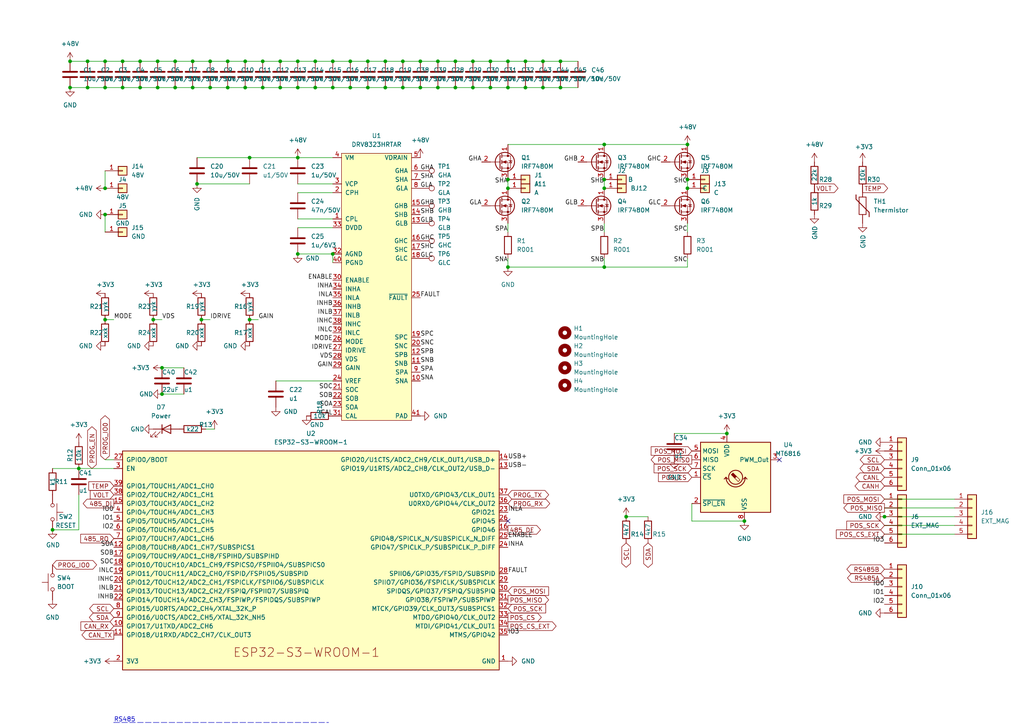
<source format=kicad_sch>
(kicad_sch (version 20211123) (generator eeschema)
  (paper "A4")
  (junction (at 215.9 151.13))
  (junction (at 86.36 45.72))
  (junction (at 55.88 25.4))
  (junction (at 121.92 25.4))
  (junction (at 175.26 77.47))
  (junction (at 175.26 52.07))
  (junction (at 60.96 17.78))
  (junction (at 157.48 17.78))
  (junction (at 71.12 17.78))
  (junction (at 116.84 25.4))
  (junction (at 342.9 43.18))
  (junction (at 20.32 17.78))
  (junction (at 52.07 213.36))
  (junction (at 69.85 217.17))
  (junction (at 175.26 41.91))
  (junction (at 335.28 50.8))
  (junction (at 353.06 43.18))
  (junction (at 63.5 223.52))
  (junction (at 25.4 25.4))
  (junction (at 45.72 17.78))
  (junction (at 71.12 25.4))
  (junction (at 30.48 25.4))
  (junction (at 40.64 25.4))
  (junction (at 76.2 25.4))
  (junction (at 111.76 17.78))
  (junction (at 127 17.78))
  (junction (at 147.32 25.4))
  (junction (at 15.24 153.67))
  (junction (at 96.52 17.78))
  (junction (at 50.8 17.78))
  (junction (at 308.61 48.26))
  (junction (at 181.61 149.86))
  (junction (at 63.5 231.14))
  (junction (at 342.9 50.8))
  (junction (at 157.48 25.4))
  (junction (at 35.56 25.4))
  (junction (at 55.88 17.78))
  (junction (at 342.9 58.42))
  (junction (at 30.48 17.78))
  (junction (at 111.76 25.4))
  (junction (at 318.77 58.42))
  (junction (at 60.96 25.4))
  (junction (at 86.36 25.4))
  (junction (at 210.82 125.73))
  (junction (at 137.16 25.4))
  (junction (at 396.24 43.18))
  (junction (at 96.52 25.4))
  (junction (at 116.84 17.78))
  (junction (at 66.04 17.78))
  (junction (at 335.28 146.05))
  (junction (at 391.16 43.18))
  (junction (at 132.08 25.4))
  (junction (at 367.03 125.73))
  (junction (at 46.99 106.68))
  (junction (at 340.36 43.18))
  (junction (at 147.32 54.61))
  (junction (at 91.44 17.78))
  (junction (at 127 25.4))
  (junction (at 147.32 17.78))
  (junction (at 147.32 77.47))
  (junction (at 101.6 25.4))
  (junction (at 331.47 120.65))
  (junction (at 25.4 17.78))
  (junction (at 106.68 25.4))
  (junction (at 106.68 17.78))
  (junction (at 142.24 25.4))
  (junction (at 408.94 67.31))
  (junction (at 300.99 48.26))
  (junction (at 86.36 73.66))
  (junction (at 58.42 92.71))
  (junction (at 142.24 17.78))
  (junction (at 50.8 25.4))
  (junction (at 72.39 92.71))
  (junction (at 147.32 52.07))
  (junction (at 367.03 143.51))
  (junction (at 81.28 17.78))
  (junction (at 175.26 54.61))
  (junction (at 86.36 17.78))
  (junction (at 391.16 48.26))
  (junction (at 101.6 17.78))
  (junction (at 375.92 67.31))
  (junction (at 44.45 92.71))
  (junction (at 35.56 17.78))
  (junction (at 46.99 114.3))
  (junction (at 132.08 17.78))
  (junction (at 162.56 25.4))
  (junction (at 396.24 48.26))
  (junction (at 30.48 54.61))
  (junction (at 96.52 73.66))
  (junction (at 152.4 17.78))
  (junction (at 199.39 41.91))
  (junction (at 57.15 53.34))
  (junction (at 400.05 34.29))
  (junction (at 383.54 143.51))
  (junction (at 152.4 25.4))
  (junction (at 137.16 17.78))
  (junction (at 378.46 133.35))
  (junction (at 121.92 17.78))
  (junction (at 22.86 135.89))
  (junction (at 76.2 17.78))
  (junction (at 40.64 17.78))
  (junction (at 45.72 25.4))
  (junction (at 66.04 25.4))
  (junction (at 162.56 17.78))
  (junction (at 378.46 125.73))
  (junction (at 20.32 25.4))
  (junction (at 199.39 52.07))
  (junction (at 353.06 58.42))
  (junction (at 199.39 54.61))
  (junction (at 30.48 62.23))
  (junction (at 256.54 149.86))
  (junction (at 30.48 92.71))
  (junction (at 67.31 223.52))
  (junction (at 81.28 25.4))
  (junction (at 72.39 45.72))
  (junction (at 91.44 25.4))
  (no_connect (at 335.28 135.89))
  (no_connect (at 391.16 57.15))
  (no_connect (at 226.06 133.35))
  (no_connect (at 147.32 151.13))
  (no_connect (at 391.16 59.69))
  (wire (pts (xy 80.01 213.36) (xy 80.01 214.63)))
  (wire (pts (xy 111.76 17.78) (xy 116.84 17.78)))
  (polyline (pts (xy 361.95 68.58) (xy 326.39 68.58)))
  (wire (pts (xy 396.24 45.72) (xy 396.24 48.26)))
  (wire (pts (xy 30.48 49.53) (xy 30.48 54.61)))
  (wire (pts (xy 106.68 17.78) (xy 111.76 17.78)))
  (wire (pts (xy 121.92 17.78) (xy 127 17.78)))
  (wire (pts (xy 15.24 135.89) (xy 22.86 135.89)))
  (wire (pts (xy 331.47 120.65) (xy 345.44 120.65)))
  (wire (pts (xy 76.2 25.4) (xy 81.28 25.4)))
  (wire (pts (xy 71.12 25.4) (xy 76.2 25.4)))
  (wire (pts (xy 86.36 25.4) (xy 91.44 25.4)))
  (wire (pts (xy 256.54 154.94) (xy 276.86 154.94)))
  (wire (pts (xy 101.6 25.4) (xy 106.68 25.4)))
  (wire (pts (xy 96.52 17.78) (xy 101.6 17.78)))
  (wire (pts (xy 30.48 62.23) (xy 30.48 67.31)))
  (wire (pts (xy 41.91 226.06) (xy 41.91 228.6)))
  (wire (pts (xy 358.14 58.42) (xy 353.06 58.42)))
  (wire (pts (xy 353.06 50.8) (xy 353.06 58.42)))
  (wire (pts (xy 81.28 17.78) (xy 86.36 17.78)))
  (wire (pts (xy 63.5 223.52) (xy 62.23 223.52)))
  (wire (pts (xy 127 17.78) (xy 132.08 17.78)))
  (wire (pts (xy 300.99 48.26) (xy 308.61 48.26)))
  (wire (pts (xy 147.32 41.91) (xy 175.26 41.91)))
  (wire (pts (xy 63.5 231.14) (xy 63.5 226.06)))
  (wire (pts (xy 46.99 114.3) (xy 53.34 114.3)))
  (wire (pts (xy 367.03 143.51) (xy 383.54 143.51)))
  (wire (pts (xy 45.72 25.4) (xy 50.8 25.4)))
  (wire (pts (xy 175.26 52.07) (xy 175.26 54.61)))
  (polyline (pts (xy 33.02 243.84) (xy 33.02 209.55)))
  (wire (pts (xy 132.08 17.78) (xy 137.16 17.78)))
  (wire (pts (xy 377.19 142.24) (xy 377.19 133.35)))
  (wire (pts (xy 22.86 135.89) (xy 33.02 135.89)))
  (polyline (pts (xy 406.4 148.59) (xy 321.31 148.59)))
  (wire (pts (xy 195.58 125.73) (xy 210.82 125.73)))
  (wire (pts (xy 181.61 149.86) (xy 187.96 149.86)))
  (wire (pts (xy 35.56 25.4) (xy 40.64 25.4)))
  (wire (pts (xy 59.69 124.46) (xy 62.23 124.46)))
  (wire (pts (xy 256.54 149.86) (xy 276.86 149.86)))
  (wire (pts (xy 30.48 25.4) (xy 35.56 25.4)))
  (wire (pts (xy 55.88 17.78) (xy 60.96 17.78)))
  (wire (pts (xy 147.32 67.31) (xy 147.32 64.77)))
  (wire (pts (xy 86.36 73.66) (xy 96.52 73.66)))
  (wire (pts (xy 132.08 25.4) (xy 137.16 25.4)))
  (wire (pts (xy 91.44 25.4) (xy 96.52 25.4)))
  (wire (pts (xy 200.66 151.13) (xy 215.9 151.13)))
  (polyline (pts (xy 33.02 209.55) (xy 95.25 209.55)))
  (wire (pts (xy 398.78 34.29) (xy 400.05 34.29)))
  (wire (pts (xy 342.9 50.8) (xy 341.63 50.8)))
  (wire (pts (xy 340.36 43.18) (xy 342.9 43.18)))
  (wire (pts (xy 147.32 77.47) (xy 175.26 77.47)))
  (wire (pts (xy 45.72 17.78) (xy 50.8 17.78)))
  (wire (pts (xy 378.46 125.73) (xy 386.08 125.73)))
  (wire (pts (xy 44.45 92.71) (xy 46.99 92.71)))
  (wire (pts (xy 378.46 133.35) (xy 381 133.35)))
  (wire (pts (xy 340.36 50.8) (xy 340.36 43.18)))
  (wire (pts (xy 308.61 48.26) (xy 308.61 53.34)))
  (wire (pts (xy 58.42 92.71) (xy 60.96 92.71)))
  (wire (pts (xy 147.32 77.47) (xy 147.32 74.93)))
  (wire (pts (xy 391.16 43.18) (xy 396.24 43.18)))
  (wire (pts (xy 46.99 106.68) (xy 53.34 106.68)))
  (polyline (pts (xy 33.02 243.84) (xy 95.25 243.84)))
  (wire (pts (xy 328.93 40.64) (xy 335.28 40.64)))
  (wire (pts (xy 377.19 133.35) (xy 378.46 133.35)))
  (wire (pts (xy 55.88 25.4) (xy 60.96 25.4)))
  (wire (pts (xy 142.24 17.78) (xy 147.32 17.78)))
  (wire (pts (xy 86.36 53.34) (xy 96.52 53.34)))
  (wire (pts (xy 391.16 48.26) (xy 396.24 48.26)))
  (wire (pts (xy 101.6 17.78) (xy 106.68 17.78)))
  (wire (pts (xy 421.64 48.26) (xy 407.67 48.26)))
  (wire (pts (xy 199.39 77.47) (xy 199.39 74.93)))
  (wire (pts (xy 199.39 52.07) (xy 199.39 54.61)))
  (wire (pts (xy 378.46 142.24) (xy 377.19 142.24)))
  (wire (pts (xy 360.68 143.51) (xy 367.03 143.51)))
  (wire (pts (xy 328.93 53.34) (xy 341.63 53.34)))
  (wire (pts (xy 256.54 144.78) (xy 276.86 144.78)))
  (wire (pts (xy 30.48 17.78) (xy 35.56 17.78)))
  (wire (pts (xy 20.32 25.4) (xy 25.4 25.4)))
  (wire (pts (xy 72.39 226.06) (xy 71.12 226.06)))
  (wire (pts (xy 91.44 17.78) (xy 96.52 17.78)))
  (wire (pts (xy 147.32 17.78) (xy 152.4 17.78)))
  (wire (pts (xy 96.52 73.66) (xy 96.52 76.2)))
  (wire (pts (xy 69.85 213.36) (xy 69.85 217.17)))
  (wire (pts (xy 375.92 67.31) (xy 408.94 67.31)))
  (wire (pts (xy 341.63 50.8) (xy 341.63 53.34)))
  (wire (pts (xy 147.32 25.4) (xy 152.4 25.4)))
  (wire (pts (xy 400.05 34.29) (xy 400.05 36.83)))
  (wire (pts (xy 71.12 17.78) (xy 76.2 17.78)))
  (wire (pts (xy 50.8 25.4) (xy 55.88 25.4)))
  (wire (pts (xy 360.68 135.89) (xy 360.68 143.51)))
  (polyline (pts (xy 361.95 68.58) (xy 361.95 83.82)))
  (wire (pts (xy 86.36 45.72) (xy 96.52 45.72)))
  (wire (pts (xy 157.48 17.78) (xy 162.56 17.78)))
  (polyline (pts (xy 361.95 83.82) (xy 326.39 83.82)))
  (wire (pts (xy 25.4 17.78) (xy 30.48 17.78)))
  (wire (pts (xy 30.48 133.35) (xy 33.02 133.35)))
  (wire (pts (xy 355.6 135.89) (xy 360.68 135.89)))
  (wire (pts (xy 408.94 58.42) (xy 408.94 67.31)))
  (wire (pts (xy 15.24 153.67) (xy 22.86 153.67)))
  (wire (pts (xy 391.16 41.91) (xy 391.16 43.18)))
  (wire (pts (xy 86.36 17.78) (xy 91.44 17.78)))
  (wire (pts (xy 147.32 52.07) (xy 147.32 54.61)))
  (wire (pts (xy 30.48 92.71) (xy 33.02 92.71)))
  (wire (pts (xy 157.48 25.4) (xy 162.56 25.4)))
  (wire (pts (xy 69.85 217.17) (xy 69.85 223.52)))
  (wire (pts (xy 367.03 125.73) (xy 378.46 125.73)))
  (wire (pts (xy 152.4 17.78) (xy 157.48 17.78)))
  (polyline (pts (xy 321.31 148.59) (xy 321.31 114.3)))
  (wire (pts (xy 421.64 43.18) (xy 411.48 43.18)))
  (wire (pts (xy 76.2 17.78) (xy 81.28 17.78)))
  (wire (pts (xy 137.16 17.78) (xy 142.24 17.78)))
  (wire (pts (xy 256.54 147.32) (xy 276.86 147.32)))
  (wire (pts (xy 52.07 213.36) (xy 38.1 213.36)))
  (polyline (pts (xy 95.25 243.84) (xy 95.25 209.55)))
  (wire (pts (xy 67.31 220.98) (xy 67.31 223.52)))
  (wire (pts (xy 60.96 17.78) (xy 66.04 17.78)))
  (wire (pts (xy 358.14 50.8) (xy 358.14 58.42)))
  (wire (pts (xy 50.8 17.78) (xy 55.88 17.78)))
  (wire (pts (xy 80.01 220.98) (xy 72.39 220.98)))
  (wire (pts (xy 66.04 17.78) (xy 71.12 17.78)))
  (wire (pts (xy 353.06 43.18) (xy 358.14 43.18)))
  (wire (pts (xy 360.68 133.35) (xy 355.6 133.35)))
  (wire (pts (xy 318.77 58.42) (xy 342.9 58.42)))
  (wire (pts (xy 66.04 25.4) (xy 71.12 25.4)))
  (wire (pts (xy 200.66 146.05) (xy 200.66 151.13)))
  (wire (pts (xy 72.39 220.98) (xy 72.39 226.06)))
  (wire (pts (xy 335.28 40.64) (xy 335.28 50.8)))
  (wire (pts (xy 199.39 67.31) (xy 199.39 64.77)))
  (wire (pts (xy 256.54 152.4) (xy 276.86 152.4)))
  (wire (pts (xy 407.67 43.18) (xy 396.24 43.18)))
  (wire (pts (xy 121.92 25.4) (xy 127 25.4)))
  (wire (pts (xy 86.36 63.5) (xy 96.52 63.5)))
  (wire (pts (xy 67.31 223.52) (xy 69.85 223.52)))
  (wire (pts (xy 383.54 143.51) (xy 386.08 143.51)))
  (wire (pts (xy 335.28 50.8) (xy 328.93 50.8)))
  (wire (pts (xy 137.16 25.4) (xy 142.24 25.4)))
  (wire (pts (xy 81.28 25.4) (xy 86.36 25.4)))
  (wire (pts (xy 411.48 45.72) (xy 396.24 45.72)))
  (wire (pts (xy 111.76 25.4) (xy 116.84 25.4)))
  (wire (pts (xy 391.16 43.18) (xy 391.16 44.45)))
  (wire (pts (xy 400.05 36.83) (xy 398.78 36.83)))
  (wire (pts (xy 127 25.4) (xy 132.08 25.4)))
  (wire (pts (xy 57.15 45.72) (xy 72.39 45.72)))
  (wire (pts (xy 57.15 53.34) (xy 72.39 53.34)))
  (wire (pts (xy 96.52 25.4) (xy 101.6 25.4)))
  (wire (pts (xy 367.03 125.73) (xy 360.68 125.73)))
  (wire (pts (xy 360.68 125.73) (xy 360.68 133.35)))
  (wire (pts (xy 152.4 25.4) (xy 157.48 25.4)))
  (polyline (pts (xy 326.39 68.58) (xy 326.39 83.82)))
  (wire (pts (xy 391.16 46.99) (xy 391.16 48.26)))
  (wire (pts (xy 25.4 25.4) (xy 30.48 25.4)))
  (wire (pts (xy 407.67 48.26) (xy 407.67 43.18)))
  (wire (pts (xy 175.26 67.31) (xy 175.26 64.77)))
  (wire (pts (xy 345.44 125.73) (xy 345.44 120.65)))
  (wire (pts (xy 106.68 25.4) (xy 111.76 25.4)))
  (wire (pts (xy 142.24 25.4) (xy 147.32 25.4)))
  (wire (pts (xy 62.23 231.14) (xy 63.5 231.14)))
  (wire (pts (xy 175.26 77.47) (xy 175.26 74.93)))
  (wire (pts (xy 162.56 17.78) (xy 167.64 17.78)))
  (wire (pts (xy 40.64 25.4) (xy 45.72 25.4)))
  (wire (pts (xy 35.56 17.78) (xy 40.64 17.78)))
  (wire (pts (xy 381 133.35) (xy 381 132.08)))
  (wire (pts (xy 72.39 92.71) (xy 74.93 92.71)))
  (wire (pts (xy 20.32 17.78) (xy 25.4 17.78)))
  (wire (pts (xy 162.56 25.4) (xy 167.64 25.4)))
  (wire (pts (xy 175.26 41.91) (xy 199.39 41.91)))
  (wire (pts (xy 116.84 17.78) (xy 121.92 17.78)))
  (wire (pts (xy 391.16 48.26) (xy 391.16 49.53)))
  (wire (pts (xy 72.39 45.72) (xy 86.36 45.72)))
  (wire (pts (xy 80.01 219.71) (xy 80.01 220.98)))
  (wire (pts (xy 80.01 110.49) (xy 96.52 110.49)))
  (wire (pts (xy 69.85 213.36) (xy 80.01 213.36)))
  (wire (pts (xy 22.86 153.67) (xy 22.86 143.51)))
  (wire (pts (xy 60.96 25.4) (xy 66.04 25.4)))
  (wire (pts (xy 175.26 77.47) (xy 199.39 77.47)))
  (polyline (pts (xy 406.4 114.3) (xy 406.4 148.59)))
  (wire (pts (xy 66.04 231.14) (xy 63.5 231.14)))
  (wire (pts (xy 383.54 142.24) (xy 383.54 143.51)))
  (wire (pts (xy 116.84 25.4) (xy 121.92 25.4)))
  (wire (pts (xy 86.36 66.04) (xy 96.52 66.04)))
  (wire (pts (xy 40.64 17.78) (xy 45.72 17.78)))
  (wire (pts (xy 411.48 43.18) (xy 411.48 45.72)))
  (wire (pts (xy 342.9 43.18) (xy 353.06 43.18)))
  (wire (pts (xy 67.31 223.52) (xy 63.5 223.52)))
  (wire (pts (xy 368.3 67.31) (xy 375.92 67.31)))
  (wire (pts (xy 408.94 33.02) (xy 408.94 30.48)))
  (wire (pts (xy 86.36 55.88) (xy 96.52 55.88)))
  (polyline (pts (xy 321.31 114.3) (xy 406.4 114.3)))
  (wire (pts (xy 353.06 58.42) (xy 342.9 58.42)))
  (wire (pts (xy 331.47 128.27) (xy 323.85 128.27)))
  (text "RS485" (at 33.02 209.55 0) (effects (font (size 1.27 1.27)) (justify left bottom)))
  (text "CAN" (at 321.31 114.3 0) (effects (font (size 1.27 1.27)) (justify left bottom)))
  (text "Prog" (at 326.39 68.58 0) (effects (font (size 1.27 1.27)) (justify left bottom)))
  (label "IO2" (at 256.54 175.26 180))
  (label "SHC" (at 121.92 72.39 0))
  (label "IDRIVE" (at 60.96 92.71 0))
  (label "INLC" (at 96.52 96.52 180))
  (label "SPC" (at 199.39 67.31 180))
  (label "ENABLE" (at 96.52 81.28 180))
  (label "IO1" (at 256.54 172.72 180))
  (label "INLA" (at 147.32 148.59 0))
  (label "INHA" (at 147.32 158.75 0))
  (label "SPB" (at 121.92 102.87 0))
  (label "GHA" (at 139.7 46.99 180))
  (label "INLB" (at 96.52 91.44 180))
  (label "IO3" (at 256.54 157.48 180))
  (label "SNA" (at 147.32 76.2 180))
  (label "SOC" (at 33.02 163.83 180))
  (label "ENABLE" (at 147.32 156.21 0))
  (label "INHC" (at 96.52 93.98 180))
  (label "USB+" (at 391.16 48.26 0))
  (label "USB-" (at 147.32 135.89 0))
  (label "SOB" (at 33.02 161.29 180))
  (label "USB-" (at 391.16 43.18 0))
  (label "GHB" (at 121.92 59.69 0))
  (label "GHC" (at 191.77 46.99 180))
  (label "SHA" (at 121.92 52.07 0))
  (label "SOA" (at 33.02 158.75 180))
  (label "CAL" (at 96.52 120.65 180))
  (label "IO3" (at 147.32 184.15 0))
  (label "SPB" (at 175.26 67.31 180))
  (label "MODE" (at 96.52 99.06 180))
  (label "SNC" (at 121.92 100.33 0))
  (label "GLA" (at 139.7 59.69 180))
  (label "SHB" (at 121.92 62.23 0))
  (label "SPC" (at 121.92 97.79 0))
  (label "IDRIVE" (at 96.52 101.6 180))
  (label "MODE" (at 33.02 92.71 0))
  (label "INHB" (at 96.52 88.9 180))
  (label "GHB" (at 167.64 46.99 180))
  (label "VDS" (at 96.52 104.14 180))
  (label "SW" (at 328.93 50.8 0))
  (label "IO0" (at 256.54 170.18 180))
  (label "SNB" (at 175.26 76.2 180))
  (label "GLC" (at 121.92 74.93 0))
  (label "SPA" (at 121.92 107.95 0))
  (label "SNB" (at 121.92 105.41 0))
  (label "IO1" (at 33.02 151.13 180))
  (label "INHB" (at 33.02 173.99 180))
  (label "FAULT" (at 121.92 86.36 0))
  (label "VDS" (at 46.99 92.71 0))
  (label "GAIN" (at 96.52 106.68 180))
  (label "SHB" (at 175.26 53.34 180))
  (label "INHC" (at 33.02 168.91 180))
  (label "SOB" (at 96.52 115.57 180))
  (label "IO0" (at 33.02 148.59 180))
  (label "GLB" (at 167.64 59.69 180))
  (label "SOA" (at 96.52 118.11 180))
  (label "GHA" (at 121.92 49.53 0))
  (label "FAULT" (at 147.32 166.37 0))
  (label "GAIN" (at 74.93 92.71 0))
  (label "SOC" (at 96.52 113.03 180))
  (label "GHC" (at 121.92 69.85 0))
  (label "USB+" (at 147.32 133.35 0))
  (label "INLC" (at 33.02 166.37 180))
  (label "IO2" (at 33.02 153.67 180))
  (label "SNA" (at 121.92 110.49 0))
  (label "INLA" (at 96.52 86.36 180))
  (label "INHA" (at 96.52 83.82 180))
  (label "SNC" (at 199.39 76.2 180))
  (label "SHA" (at 147.32 53.34 180))
  (label "SHC" (at 199.39 53.34 180))
  (label "GLA" (at 121.92 54.61 0))
  (label "GLB" (at 121.92 64.77 0))
  (label "GLC" (at 191.77 59.69 180))
  (label "SPA" (at 147.32 67.31 180))
  (label "INLB" (at 33.02 171.45 180))
  (global_label "CANH" (shape bidirectional) (at 256.54 140.97 180) (property "Intersheet References" "${INTERSHEET_REFS}" (effects hide)))
  (global_label "485_RO" (shape input) (at 33.02 156.21 180) (property "Intersheet References" "${INTERSHEET_REFS}" (effects hide)))
  (global_label "POS_CS" (shape output) (at 147.32 179.07 0) (property "Intersheet References" "${INTERSHEET_REFS}" (effects hide)))
  (global_label "485_DI" (shape output) (at 33.02 146.05 180) (property "Intersheet References" "${INTERSHEET_REFS}" (effects hide)))
  (global_label "PROG_RX" (shape bidirectional) (at 337.82 80.01 180) (property "Intersheet References" "${INTERSHEET_REFS}" (effects hide)))
  (global_label "RS485A" (shape bidirectional) (at 83.82 224.79 90) (property "Intersheet References" "${INTERSHEET_REFS}" (effects hide)))
  (global_label "POS_SCK" (shape input) (at 200.66 135.89 180) (property "Intersheet References" "${INTERSHEET_REFS}" (effects hide)))
  (global_label "PROG_EN" (shape bidirectional) (at 337.82 74.93 180) (property "Intersheet References" "${INTERSHEET_REFS}" (effects hide)))
  (global_label "POS_MOSI" (shape input) (at 256.54 144.78 180) (property "Intersheet References" "${INTERSHEET_REFS}" (effects hide)))
  (global_label "SDA" (shape bidirectional) (at 33.02 179.07 180) (property "Intersheet References" "${INTERSHEET_REFS}" (effects hide)))
  (global_label "SCL" (shape bidirectional) (at 33.02 176.53 180) (property "Intersheet References" "${INTERSHEET_REFS}" (effects hide)))
  (global_label "VOLT" (shape input) (at 33.02 143.51 180) (property "Intersheet References" "${INTERSHEET_REFS}" (effects hide)))
  (global_label "POS_MISO" (shape output) (at 256.54 147.32 180) (property "Intersheet References" "${INTERSHEET_REFS}" (effects hide)))
  (global_label "SCL" (shape bidirectional) (at 181.61 157.48 270) (property "Intersheet References" "${INTERSHEET_REFS}" (effects hide)))
  (global_label "CANL" (shape bidirectional) (at 386.08 143.51 0) (property "Intersheet References" "${INTERSHEET_REFS}" (effects hide)))
  (global_label "SDA" (shape bidirectional) (at 187.96 157.48 270) (property "Intersheet References" "${INTERSHEET_REFS}" (effects hide)))
  (global_label "RS485B" (shape bidirectional) (at 88.9 224.79 90) (property "Intersheet References" "${INTERSHEET_REFS}" (effects hide)))
  (global_label "485_DE" (shape input) (at 41.91 227.33 180) (property "Intersheet References" "${INTERSHEET_REFS}" (effects hide)))
  (global_label "CAN_RX" (shape input) (at 33.02 181.61 180) (property "Intersheet References" "${INTERSHEET_REFS}" (effects hide)))
  (global_label "POS_CS_EXT" (shape input) (at 256.54 154.94 180) (property "Intersheet References" "${INTERSHEET_REFS}" (effects hide)))
  (global_label "POS_CS" (shape input) (at 200.66 138.43 180) (property "Intersheet References" "${INTERSHEET_REFS}" (effects hide)))
  (global_label "PROG_TX" (shape bidirectional) (at 337.82 77.47 180) (property "Intersheet References" "${INTERSHEET_REFS}" (effects hide)))
  (global_label "CANH" (shape bidirectional) (at 386.08 125.73 0) (property "Intersheet References" "${INTERSHEET_REFS}" (effects hide)))
  (global_label "SDA" (shape bidirectional) (at 256.54 135.89 180) (property "Intersheet References" "${INTERSHEET_REFS}" (effects hide)))
  (global_label "TEMP" (shape input) (at 33.02 140.97 180) (property "Intersheet References" "${INTERSHEET_REFS}" (effects hide)))
  (global_label "POS_SCK" (shape input) (at 256.54 152.4 180) (property "Intersheet References" "${INTERSHEET_REFS}" (effects hide)))
  (global_label "PROG_RX" (shape bidirectional) (at 147.32 146.05 0) (property "Intersheet References" "${INTERSHEET_REFS}" (effects hide)))
  (global_label "SCL" (shape bidirectional) (at 256.54 133.35 180) (property "Intersheet References" "${INTERSHEET_REFS}" (effects hide)))
  (global_label "485_DE" (shape output) (at 147.32 153.67 0) (property "Intersheet References" "${INTERSHEET_REFS}" (effects hide)))
  (global_label "PROG_IO0" (shape bidirectional) (at 350.52 80.01 0) (property "Intersheet References" "${INTERSHEET_REFS}" (effects hide)))
  (global_label "RS485B" (shape bidirectional) (at 67.31 220.98 90) (property "Intersheet References" "${INTERSHEET_REFS}" (effects hide)))
  (global_label "RS485B" (shape bidirectional) (at 256.54 165.1 180) (property "Intersheet References" "${INTERSHEET_REFS}" (effects hide)))
  (global_label "CAN_RX" (shape output) (at 335.28 133.35 180) (property "Intersheet References" "${INTERSHEET_REFS}" (effects hide)))
  (global_label "CAN_TX" (shape output) (at 33.02 184.15 180) (property "Intersheet References" "${INTERSHEET_REFS}" (effects hide)))
  (global_label "CANL" (shape bidirectional) (at 256.54 138.43 180) (property "Intersheet References" "${INTERSHEET_REFS}" (effects hide)))
  (global_label "485_DI" (shape input) (at 41.91 231.14 180) (property "Intersheet References" "${INTERSHEET_REFS}" (effects hide)))
  (global_label "POS_SCK" (shape input) (at 147.32 176.53 0) (property "Intersheet References" "${INTERSHEET_REFS}" (effects hide)))
  (global_label "POS_MISO" (shape output) (at 147.32 173.99 0) (property "Intersheet References" "${INTERSHEET_REFS}" (effects hide)))
  (global_label "485_RO" (shape output) (at 41.91 223.52 180) (property "Intersheet References" "${INTERSHEET_REFS}" (effects hide)))
  (global_label "POS_MOSI" (shape input) (at 147.32 171.45 0) (property "Intersheet References" "${INTERSHEET_REFS}" (effects hide)))
  (global_label "PROG_IO0" (shape bidirectional) (at 30.48 133.35 90) (property "Intersheet References" "${INTERSHEET_REFS}" (effects hide)))
  (global_label "RS485A" (shape bidirectional) (at 66.04 231.14 0) (property "Intersheet References" "${INTERSHEET_REFS}" (effects hide)))
  (global_label "POS_CS_EXT" (shape output) (at 147.32 181.61 0) (property "Intersheet References" "${INTERSHEET_REFS}" (effects hide)))
  (global_label "POS_MOSI" (shape input) (at 200.66 130.81 180) (property "Intersheet References" "${INTERSHEET_REFS}" (effects hide)))
  (global_label "TEMP" (shape output) (at 250.19 54.61 0) (property "Intersheet References" "${INTERSHEET_REFS}" (effects hide)))
  (global_label "CAN_TX" (shape input) (at 335.28 130.81 180) (property "Intersheet References" "${INTERSHEET_REFS}" (effects hide)))
  (global_label "VOLT" (shape output) (at 236.22 54.61 0) (property "Intersheet References" "${INTERSHEET_REFS}" (effects hide)))
  (global_label "POS_MISO" (shape output) (at 200.66 133.35 180) (property "Intersheet References" "${INTERSHEET_REFS}" (effects hide)))
  (global_label "PROG_EN" (shape bidirectional) (at 26.67 135.89 90) (property "Intersheet References" "${INTERSHEET_REFS}" (effects hide)))
  (global_label "RS485A" (shape bidirectional) (at 256.54 167.64 180) (property "Intersheet References" "${INTERSHEET_REFS}" (effects hide)))
  (global_label "PROG_TX" (shape bidirectional) (at 147.32 143.51 0) (property "Intersheet References" "${INTERSHEET_REFS}" (effects hide)))
  (global_label "PROG_IO0" (shape bidirectional) (at 15.24 163.83 0) (property "Intersheet References" "${INTERSHEET_REFS}" (effects hide)))
  (symbol (lib_id "Device:R") (at 378.46 129.54 180) (unit 1)
    (property "Reference" "R10" (at 377.19 128.27 0) (effects (justify left)))
    (property "Value" "K12" (at 378.46 129.54 90))
    (property "Footprint" "Resistor_SMD:R_1206_3216Metric_Pad1.30x1.75mm_HandSolder" (effects hide))
  )
  (symbol (lib_id "Device:C") (at 91.44 21.59 0) (unit 1)
    (property "Reference" "C15" (at 95.25 20.3199 0) (effects (justify left)))
    (property "Value" "10u/50V" (at 95.25 22.8599 0) (effects (justify left)))
    (property "Footprint" "liebler_PASSIVES:C_1206_3216Metric_smaller" (effects hide))
    (property "Datasheet" "C13585" (effects hide))
  )
  (symbol (lib_id "Device:C") (at 50.8 21.59 0) (unit 1)
    (property "Reference" "C7" (at 54.61 20.3199 0) (effects (justify left)))
    (property "Value" "10u/50V" (at 54.61 22.8599 0) (effects (justify left)))
    (property "Footprint" "liebler_PASSIVES:C_1206_3216Metric_smaller" (effects hide))
    (property "Datasheet" "C13585" (effects hide))
  )
  (symbol (lib_id "Connector_Generic:Conn_01x01") (at 152.4 52.07 0) (unit 1)
    (property "Reference" "J1" (at 154.94 50.7999 0) (effects (justify left)))
    (property "Value" "A" (at 154.94 53.3399 0) (effects (justify left)))
    (property "Footprint" "liebler_CONN:SolderWirePad_1x01_SMD_3x5mm" (effects hide))
  )
  (symbol (lib_id "power:GND") (at 38.1 220.98 270) (unit 1)
    (property "Reference" "#PWR017" (effects hide))
    (property "Value" "GND" (at 40.64 220.98 90))
  )
  (symbol (lib_id "Device:C") (at 81.28 21.59 0) (unit 1)
    (property "Reference" "C13" (at 85.09 20.3199 0) (effects (justify left)))
    (property "Value" "10u/50V" (at 85.09 22.8599 0) (effects (justify left)))
    (property "Footprint" "liebler_PASSIVES:C_1206_3216Metric_smaller" (effects hide))
    (property "Datasheet" "C13585" (effects hide))
  )
  (symbol (lib_id "power:GND") (at 44.45 100.33 270) (unit 1)
    (property "Reference" "#PWR0151" (effects hide))
    (property "Value" "GND" (at 36.83 100.33 90) (effects (justify left)))
  )
  (symbol (lib_id "power:+3V3") (at 62.23 124.46 0) (unit 1)
    (property "Reference" "#PWR0138" (effects hide))
    (property "Value" "+3V3" (at 62.23 119.38 0))
  )
  (symbol (lib_id "power:+3V3") (at 30.48 85.09 90) (unit 1)
    (property "Reference" "#PWR0148" (effects hide))
    (property "Value" "+3V3" (at 27.94 82.55 90) (effects (justify right)))
  )
  (symbol (lib_id "Transistor_FET:IRF7480M") (at 172.72 59.69 0) (unit 1)
    (property "Reference" "Q4" (at 179.07 58.4199 0) (effects (justify left)))
    (property "Value" "IRF7480M" (at 179.07 60.9599 0) (effects (justify left)))
    (property "Footprint" "Package_DirectFET:DirectFET_ME" (effects hide))
    (property "Datasheet" "C152356" (effects hide))
  )
  (symbol (lib_id "power:GND") (at 52.07 241.3 270) (unit 1)
    (property "Reference" "#PWR019" (effects hide))
    (property "Value" "GND" (at 46.99 241.3 90))
  )
  (symbol (lib_id "Transistor_FET:IRF7480M") (at 144.78 46.99 0) (unit 1)
    (property "Reference" "Q1" (at 151.13 45.7199 0) (effects (justify left)))
    (property "Value" "IRF7480M" (at 151.13 48.2599 0) (effects (justify left)))
    (property "Footprint" "Package_DirectFET:DirectFET_ME" (effects hide))
    (property "Datasheet" "C152356" (effects hide))
  )
  (symbol (lib_id "power:GND") (at 57.15 53.34 0) (unit 1)
    (property "Reference" "#PWR0105" (effects hide))
    (property "Value" "GND" (at 57.15 57.15 90) (effects (justify right)))
  )
  (symbol (lib_id "Device:C") (at 86.36 59.69 0) (unit 1)
    (property "Reference" "C24" (at 90.17 58.4199 0) (effects (justify left)))
    (property "Value" "47n/50V" (at 90.17 60.9599 0) (effects (justify left)))
    (property "Footprint" "Capacitor_SMD:C_0603_1608Metric" (effects hide))
  )
  (symbol (lib_id "Device:C") (at 20.32 21.59 0) (unit 1)
    (property "Reference" "C1" (at 24.13 20.3199 0) (effects (justify left)))
    (property "Value" "10u/50V" (at 24.13 22.8599 0) (effects (justify left)))
    (property "Footprint" "liebler_PASSIVES:C_1206_3216Metric_smaller" (effects hide))
    (property "Datasheet" "C13585" (effects hide))
  )
  (symbol (lib_id "power:+48V") (at 30.48 54.61 90) (unit 1)
    (property "Reference" "#PWR01" (effects hide))
    (property "Value" "+48V" (at 21.59 54.61 90) (effects (justify right)))
  )
  (symbol (lib_id "power:GND") (at 250.19 64.77 0) (unit 1)
    (property "Reference" "#PWR0115" (effects hide))
    (property "Value" "GND" (at 250.317 68.0212 90) (effects (justify right)))
  )
  (symbol (lib_id "power:GND") (at 335.28 146.05 270) (unit 1)
    (property "Reference" "#PWR0135" (effects hide))
    (property "Value" "GND" (at 332.0288 146.177 90) (effects (justify right)))
  )
  (symbol (lib_id "Transistor_FET:IRF7480M") (at 196.85 46.99 0) (unit 1)
    (property "Reference" "Q5" (at 203.2 45.7199 0) (effects (justify left)))
    (property "Value" "IRF7480M" (at 203.2 48.2599 0) (effects (justify left)))
    (property "Footprint" "Package_DirectFET:DirectFET_ME" (effects hide))
    (property "Datasheet" "C152356" (effects hide))
  )
  (symbol (lib_id "Device:R") (at 335.28 142.24 0) (unit 1)
    (property "Reference" "R9" (at 336.55 143.51 0) (effects (justify left)))
    (property "Value" "10k" (at 335.28 142.24 90))
    (property "Footprint" "Resistor_SMD:R_0402_1005Metric" (effects hide))
  )
  (symbol (lib_id "Device:R") (at 342.9 46.99 0) (unit 1)
    (property "Reference" "R6" (at 345.44 45.7199 0) (effects (justify left)))
    (property "Value" "47k" (at 345.44 48.2599 0) (effects (justify left)))
    (property "Footprint" "Resistor_SMD:R_0402_1005Metric" (effects hide))
  )
  (symbol (lib_id "Interface_UART:MAX3485") (at 52.07 226.06 0) (unit 1)
    (property "Reference" "U7" (at 41.91 237.49 0))
    (property "Value" "SP3485" (at 58.42 240.03 0))
    (property "Footprint" "Package_SO:SOIC-8_3.9x4.9mm_P1.27mm" (effects hide))
  )
  (symbol (lib_id "power:+3V3") (at 58.42 85.09 90) (unit 1)
    (property "Reference" "#PWR0146" (effects hide))
    (property "Value" "+3V3" (at 55.88 82.55 90) (effects (justify right)))
  )
  (symbol (lib_id "power:GND") (at 46.99 114.3 270) (unit 1)
    (property "Reference" "#PWR0139" (effects hide))
    (property "Value" "GND" (at 44.45 114.3 90) (effects (justify right)))
  )
  (symbol (lib_id "Switch:SW_SPDT") (at 74.93 217.17 0) (unit 1)
    (property "Reference" "SW3" (at 78.74 212.09 0))
    (property "Value" "ON TERM" (at 77.47 218.44 0))
    (property "Footprint" "liebler_MECH:Switch_SS12D00" (effects hide))
  )
  (symbol (lib_id "Device:R") (at 72.39 88.9 0) (unit 1)
    (property "Reference" "R16" (at 69.85 88.9 0))
    (property "Value" "yyk" (at 72.39 88.9 90))
    (property "Footprint" "Resistor_SMD:R_0805_2012Metric_Pad1.20x1.40mm_HandSolder" (effects hide))
  )
  (symbol (lib_id "Device:R") (at 30.48 88.9 0) (unit 1)
    (property "Reference" "R21" (at 27.94 88.9 0))
    (property "Value" "yyk" (at 30.48 88.9 90))
    (property "Footprint" "Resistor_SMD:R_0805_2012Metric_Pad1.20x1.40mm_HandSolder" (effects hide))
  )
  (symbol (lib_id "Transistor_FET:IRF7480M") (at 144.78 59.69 0) (unit 1)
    (property "Reference" "Q2" (at 151.13 58.4199 0) (effects (justify left)))
    (property "Value" "IRF7480M" (at 151.13 60.9599 0) (effects (justify left)))
    (property "Footprint" "Package_DirectFET:DirectFET_ME" (effects hide))
    (property "Datasheet" "C152356" (effects hide))
  )
  (symbol (lib_id "Connector:TestPoint") (at 121.92 54.61 270) (unit 1)
    (property "Reference" "TP2" (at 127 53.3399 90) (effects (justify left)))
    (property "Value" "GLA" (at 127 55.8799 90) (effects (justify left)))
    (property "Footprint" "TestPoint:TestPoint_THTPad_D1.0mm_Drill0.5mm" (effects hide))
  )
  (symbol (lib_id "Connector_Generic:Conn_01x01") (at 152.4 54.61 0) (unit 1)
    (property "Reference" "J11" (at 154.94 53.3399 0) (effects (justify left)))
    (property "Value" "A" (at 154.94 55.8799 0) (effects (justify left)))
    (property "Footprint" "liebler_CONN:Steckzunge_4_8mm" (effects hide))
  )
  (symbol (lib_id "power:GND") (at 318.77 58.42 0) (unit 1)
    (property "Reference" "#PWR07" (effects hide))
    (property "Value" "GND" (at 322.58 58.42 0) (effects (justify right)))
  )
  (symbol (lib_id "power:+3V3") (at 44.45 85.09 90) (unit 1)
    (property "Reference" "#PWR0150" (effects hide))
    (property "Value" "+3V3" (at 41.91 82.55 90) (effects (justify right)))
  )
  (symbol (lib_id "Device:C") (at 57.15 49.53 180) (unit 1)
    (property "Reference" "C20" (at 60.96 48.2599 0) (effects (justify right)))
    (property "Value" "10u/50V" (at 60.96 50.7999 0) (effects (justify right)))
    (property "Footprint" "Capacitor_SMD:C_1206_3216Metric" (effects hide))
    (property "Datasheet" "C13585" (effects hide))
  )
  (symbol (lib_id "power:+3V3") (at 350.52 74.93 270) (unit 1)
    (property "Reference" "#PWR0143" (effects hide))
    (property "Value" "+3V3" (at 359.41 74.93 90) (effects (justify right)))
  )
  (symbol (lib_id "power:+3V3") (at 210.82 125.73 0) (unit 1)
    (property "Reference" "#PWR0110" (effects hide))
    (property "Value" "+3V3" (at 210.82 120.65 0))
  )
  (symbol (lib_id "Connector_Generic:Conn_01x01") (at 35.56 54.61 0) (unit 1)
    (property "Reference" "J4" (at 35.56 52.07 0))
    (property "Value" "48V" (at 35.56 57.15 0))
    (property "Footprint" "liebler_CONN:SolderWirePad_1x01_SMD_3x5mm" (effects hide))
  )
  (symbol (lib_id "power:GND") (at 363.22 134.62 270) (unit 1)
    (property "Reference" "#PWR0133" (effects hide))
    (property "Value" "GND" (at 359.9688 134.747 90) (effects (justify right)))
  )
  (symbol (lib_id "Connector_Generic:Conn_01x05") (at 281.94 149.86 0) (unit 1)
    (property "Reference" "J16" (at 284.48 148.5899 0) (effects (justify left)))
    (property "Value" "EXT_MAG" (at 284.48 151.1299 0) (effects (justify left)))
    (property "Footprint" "Connector_Phoenix_MC:PhoenixContact_MC_1,5_5-G-3.81_1x05_P3.81mm_Horizontal" (effects hide))
  )
  (symbol (lib_id "Device:C") (at 147.32 21.59 0) (unit 1)
    (property "Reference" "C32" (at 151.13 20.3199 0) (effects (justify left)))
    (property "Value" "10u/50V" (at 151.13 22.8599 0) (effects (justify left)))
    (property "Footprint" "liebler_PASSIVES:C_1206_3216Metric_smaller" (effects hide))
    (property "Datasheet" "C13585" (effects hide))
  )
  (symbol (lib_id "Espressif:ESP32-S3-WROOM-1") (at 88.9 163.83 0) (unit 1)
    (property "Reference" "U2" (at 90.17 125.73 0))
    (property "Value" "ESP32-S3-WROOM-1" (at 90.17 128.27 0))
    (property "Footprint" "Espressif:ESP32-S3-WROOM-1" (effects hide))
    (property "Datasheet" "https://www.espressif.com/sites/default/files/documentation/esp32-s3-wroom-1_wroom-1u_datasheet_en.pdf" (effects hide))
  )
  (symbol (lib_id "power:+3V3") (at 181.61 149.86 0) (unit 1)
    (property "Reference" "#PWR0145" (effects hide))
    (property "Value" "+3V3" (at 181.61 144.78 0))
  )
  (symbol (lib_id "Mechanical:MountingHole") (at 163.83 96.52 0) (unit 1)
    (property "Reference" "H1" (at 166.37 95.2499 0) (effects (justify left)))
    (property "Value" "MountingHole" (at 166.37 97.7899 0) (effects (justify left)))
    (property "Footprint" "MountingHole:MountingHole_3.2mm_M3_DIN965" (effects hide))
  )
  (symbol (lib_id "Device:C") (at 152.4 21.59 0) (unit 1)
    (property "Reference" "C43" (at 156.21 20.3199 0) (effects (justify left)))
    (property "Value" "10u/50V" (at 156.21 22.8599 0) (effects (justify left)))
    (property "Footprint" "liebler_PASSIVES:C_1206_3216Metric_smaller" (effects hide))
    (property "Datasheet" "C13585" (effects hide))
  )
  (symbol (lib_id "power:+48V") (at 86.36 45.72 0) (unit 1)
    (property "Reference" "#PWR0104" (effects hide))
    (property "Value" "+48V" (at 86.36 40.64 0))
  )
  (symbol (lib_id "power:GND") (at 58.42 100.33 270) (unit 1)
    (property "Reference" "#PWR0147" (effects hide))
    (property "Value" "GND" (at 50.8 100.33 90) (effects (justify left)))
  )
  (symbol (lib_id "Device:C") (at 86.36 21.59 0) (unit 1)
    (property "Reference" "C14" (at 90.17 20.3199 0) (effects (justify left)))
    (property "Value" "10u/50V" (at 90.17 22.8599 0) (effects (justify left)))
    (property "Footprint" "liebler_PASSIVES:C_1206_3216Metric_smaller" (effects hide))
    (property "Datasheet" "C13585" (effects hide))
  )
  (symbol (lib_id "Device:C") (at 121.92 21.59 0) (unit 1)
    (property "Reference" "C39" (at 125.73 20.3199 0) (effects (justify left)))
    (property "Value" "10u/50V" (at 125.73 22.8599 0) (effects (justify left)))
    (property "Footprint" "liebler_PASSIVES:C_1206_3216Metric_smaller" (effects hide))
    (property "Datasheet" "C13585" (effects hide))
  )
  (symbol (lib_id "power:+3V3") (at 331.47 120.65 0) (unit 1)
    (property "Reference" "#PWR0132" (effects hide))
    (property "Value" "+3V3" (at 331.851 116.2558 0))
  )
  (symbol (lib_id "Device:C") (at 96.52 21.59 0) (unit 1)
    (property "Reference" "C16" (at 100.33 20.3199 0) (effects (justify left)))
    (property "Value" "10u/50V" (at 100.33 22.8599 0) (effects (justify left)))
    (property "Footprint" "liebler_PASSIVES:C_1206_3216Metric_smaller" (effects hide))
    (property "Datasheet" "C13585" (effects hide))
  )
  (symbol (lib_id "Connector_Generic:Conn_01x06") (at 261.62 149.86 0) (unit 1)
    (property "Reference" "J6" (at 264.16 149.8599 0) (effects (justify left)))
    (property "Value" "EXT_MAG" (at 264.16 152.3999 0) (effects (justify left)))
    (property "Footprint" "Connector_JST:JST_XH_S6B-XH-A_1x06_P2.50mm_Horizontal" (effects hide))
  )
  (symbol (lib_id "Device:C") (at 22.86 139.7 0) (unit 1)
    (property "Reference" "C41" (at 22.86 137.16 0) (effects (justify left)))
    (property "Value" "u1" (at 22.86 142.24 0) (effects (justify left)))
    (property "Footprint" "Capacitor_SMD:C_0402_1005Metric" (effects hide))
  )
  (symbol (lib_id "Mechanical:MountingHole") (at 163.83 106.68 0) (unit 1)
    (property "Reference" "H3" (at 166.37 105.4099 0) (effects (justify left)))
    (property "Value" "MountingHole" (at 166.37 107.9499 0) (effects (justify left)))
    (property "Footprint" "MountingHole:MountingHole_3.2mm_M3_DIN965" (effects hide))
  )
  (symbol (lib_id "Connector_Generic:Conn_01x01") (at 204.47 52.07 0) (unit 1)
    (property "Reference" "J3" (at 204.47 49.53 0))
    (property "Value" "C" (at 204.47 54.61 0))
    (property "Footprint" "liebler_CONN:SolderWirePad_1x01_SMD_3x5mm" (effects hide))
  )
  (symbol (lib_id "Device:R") (at 44.45 88.9 0) (unit 1)
    (property "Reference" "R23" (at 41.91 88.9 0))
    (property "Value" "yyk" (at 44.45 88.9 90))
    (property "Footprint" "Resistor_SMD:R_0805_2012Metric_Pad1.20x1.40mm_HandSolder" (effects hide))
  )
  (symbol (lib_id "Device:C") (at 328.93 44.45 0) (unit 1)
    (property "Reference" "C27" (at 331.851 43.2816 0) (effects (justify left)))
    (property "Value" "u1" (at 331.851 45.593 0) (effects (justify left)))
    (property "Footprint" "Capacitor_SMD:C_0402_1005Metric" (effects hide))
  )
  (symbol (lib_id "power:GND") (at 256.54 177.8 270) (mirror x) (unit 1)
    (property "Reference" "#PWR08" (effects hide))
    (property "Value" "GND" (at 248.92 177.8 90) (effects (justify left)))
  )
  (symbol (lib_id "Connector:USB_C_Receptacle_USB2.0") (at 375.92 44.45 0) (unit 1)
    (property "Reference" "J8" (at 375.92 21.59 0))
    (property "Value" "USB_C_Receptacle_USB2.0" (at 375.92 24.13 0))
    (property "Footprint" "Connector_USB:USB_C_Receptacle_HRO_TYPE-C-31-M-12" (effects hide))
    (property "Datasheet" "https://www.usb.org/sites/default/files/documents/usb_type-c.zip" (effects hide))
  )
  (symbol (lib_id "power:+3V3") (at 72.39 85.09 90) (unit 1)
    (property "Reference" "#PWR09" (effects hide))
    (property "Value" "+3V3" (at 69.85 82.55 90) (effects (justify right)))
  )
  (symbol (lib_id "power:+5V") (at 391.16 29.21 270) (unit 1)
    (property "Reference" "#PWR011" (effects hide))
    (property "Value" "+5V" (at 394.97 29.2099 90) (effects (justify left)))
  )
  (symbol (lib_id "power:+3V3") (at 33.02 191.77 90) (unit 1)
    (property "Reference" "#PWR0144" (effects hide))
    (property "Value" "+3V3" (at 24.13 191.77 90) (effects (justify right)))
  )
  (symbol (lib_id "power:+3V3") (at 63.5 238.76 270) (unit 1)
    (property "Reference" "#PWR021" (effects hide))
    (property "Value" "+3V3" (at 66.7512 239.141 90) (effects (justify left)))
  )
  (symbol (lib_id "power:GND") (at 350.52 77.47 90) (unit 1)
    (property "Reference" "#PWR010" (effects hide))
    (property "Value" "GND" (at 355.6 77.47 90))
  )
  (symbol (lib_id "Device:C") (at 38.1 217.17 180) (unit 1)
    (property "Reference" "C35" (at 41.021 216.0016 0) (effects (justify right)))
    (property "Value" "u1" (at 41.021 218.313 0) (effects (justify right)))
    (property "Footprint" "Capacitor_SMD:C_0402_1005Metric" (effects hide))
  )
  (symbol (lib_id "Device:C") (at 53.34 110.49 180) (unit 1)
    (property "Reference" "C42" (at 53.34 107.95 0) (effects (justify right)))
    (property "Value" "u1" (at 53.34 113.03 0) (effects (justify right)))
    (property "Footprint" "Capacitor_SMD:C_0402_1005Metric" (effects hide))
  )
  (symbol (lib_id "Connector:TestPoint") (at 121.92 69.85 270) (unit 1)
    (property "Reference" "TP5" (at 127 68.5799 90) (effects (justify left)))
    (property "Value" "GHC" (at 127 71.1199 90) (effects (justify left)))
    (property "Footprint" "TestPoint:TestPoint_THTPad_D1.0mm_Drill0.5mm" (effects hide))
  )
  (symbol (lib_id "Device:LED") (at 48.26 124.46 0) (unit 1)
    (property "Reference" "D7" (at 46.6725 118.11 0))
    (property "Value" "Power" (at 46.6725 120.65 0))
    (property "Footprint" "liebler_OPTO:LED_0603_1608Metric" (effects hide))
  )
  (symbol (lib_id "Connector:TestPoint") (at 121.92 59.69 270) (unit 1)
    (property "Reference" "TP3" (at 127 58.4199 90) (effects (justify left)))
    (property "Value" "GHB" (at 127 60.9599 90) (effects (justify left)))
    (property "Footprint" "TestPoint:TestPoint_THTPad_D1.0mm_Drill0.5mm" (effects hide))
  )
  (symbol (lib_id "Device:C") (at 167.64 21.59 0) (unit 1)
    (property "Reference" "C46" (at 171.45 20.3199 0) (effects (justify left)))
    (property "Value" "10u/50V" (at 171.45 22.8599 0) (effects (justify left)))
    (property "Footprint" "liebler_PASSIVES:C_1206_3216Metric_smaller" (effects hide))
    (property "Datasheet" "C13585" (effects hide))
  )
  (symbol (lib_id "Device:C") (at 55.88 21.59 0) (unit 1)
    (property "Reference" "C8" (at 59.69 20.3199 0) (effects (justify left)))
    (property "Value" "10u/50V" (at 59.69 22.8599 0) (effects (justify left)))
    (property "Footprint" "liebler_PASSIVES:C_1206_3216Metric_smaller" (effects hide))
    (property "Datasheet" "C13585" (effects hide))
  )
  (symbol (lib_id "Device:L_Small") (at 337.82 50.8 90) (unit 1)
    (property "Reference" "L1" (at 337.82 46.99 90))
    (property "Value" "10uH" (at 337.82 49.53 90))
    (property "Footprint" "Inductor_SMD:L_Abracon_ASPI-0630LR" (effects hide))
  )
  (symbol (lib_id "power:+3V3") (at 256.54 130.81 90) (unit 1)
    (property "Reference" "#PWR0129" (effects hide))
    (property "Value" "+3V3" (at 247.65 130.81 90) (effects (justify right)))
  )
  (symbol (lib_id "liebler_SEMICONDUCTORS:MT6816") (at 213.36 138.43 0) (unit 1)
    (property "Reference" "U4" (at 228.6 129.0193 0))
    (property "Value" "MT6816" (at 228.6 131.5593 0))
    (property "Footprint" "Package_SO:SO-8_3.9x4.9mm_P1.27mm" (effects hide))
  )
  (symbol (lib_id "Switch:SW_SPDT") (at 381 137.16 270) (unit 1)
    (property "Reference" "SW1" (at 386.08 140.97 0))
    (property "Value" "ON TERM" (at 379.73 139.7 0))
    (property "Footprint" "liebler_MECH:Switch_SS12D00" (effects hide))
  )
  (symbol (lib_id "Device:R") (at 394.97 34.29 90) (unit 1)
    (property "Reference" "R4" (at 398.78 33.02 90))
    (property "Value" "5k1" (at 394.97 34.29 90))
    (property "Footprint" "Resistor_SMD:R_0402_1005Metric" (effects hide))
  )
  (symbol (lib_id "Mechanical:MountingHole") (at 163.83 101.6 0) (unit 1)
    (property "Reference" "H2" (at 166.37 100.3299 0) (effects (justify left)))
    (property "Value" "MountingHole" (at 166.37 102.8699 0) (effects (justify left)))
    (property "Footprint" "MountingHole:MountingHole_3.2mm_M3_DIN965" (effects hide))
  )
  (symbol (lib_id "Device:C") (at 353.06 46.99 0) (unit 1)
    (property "Reference" "C36" (at 353.06 44.45 0) (effects (justify left)))
    (property "Value" "22u" (at 353.06 49.53 0) (effects (justify left)))
    (property "Footprint" "Capacitor_SMD:C_0603_1608Metric" (effects hide))
  )
  (symbol (lib_id "Device:C") (at 72.39 49.53 0) (unit 1)
    (property "Reference" "C21" (at 76.2 48.2599 0) (effects (justify left)))
    (property "Value" "u1/50V" (at 76.2 50.7999 0) (effects (justify left)))
    (property "Footprint" "Capacitor_SMD:C_0603_1608Metric" (effects hide))
  )
  (symbol (lib_id "Device:C") (at 127 21.59 0) (unit 1)
    (property "Reference" "C28" (at 130.81 20.3199 0) (effects (justify left)))
    (property "Value" "10u/50V" (at 130.81 22.8599 0) (effects (justify left)))
    (property "Footprint" "liebler_PASSIVES:C_1206_3216Metric_smaller" (effects hide))
    (property "Datasheet" "C13585" (effects hide))
  )
  (symbol (lib_id "power:GND") (at 400.05 34.29 90) (unit 1)
    (property "Reference" "#PWR012" (effects hide))
    (property "Value" "GND" (at 402.59 34.29 90) (effects (justify right)))
  )
  (symbol (lib_id "power:GND") (at 215.9 151.13 0) (unit 1)
    (property "Reference" "#PWR0111" (effects hide))
    (property "Value" "GND" (at 215.9 156.21 0))
  )
  (symbol (lib_id "power:GND") (at 15.24 153.67 0) (unit 1)
    (property "Reference" "#PWR0137" (effects hide))
    (property "Value" "GND" (at 15.367 158.0642 0))
  )
  (symbol (lib_id "power:GND") (at 256.54 128.27 270) (unit 1)
    (property "Reference" "#PWR0130" (effects hide))
    (property "Value" "GND" (at 248.92 128.27 90) (effects (justify left)))
  )
  (symbol (lib_id "Device:C") (at 80.01 114.3 0) (unit 1)
    (property "Reference" "C22" (at 83.82 113.0299 0) (effects (justify left)))
    (property "Value" "u1" (at 83.82 115.5699 0) (effects (justify left)))
    (property "Footprint" "Capacitor_SMD:C_0402_1005Metric" (effects hide))
  )
  (symbol (lib_id "power:+3V3") (at 52.07 213.36 270) (unit 1)
    (property "Reference" "#PWR018" (effects hide))
    (property "Value" "+3V3" (at 55.3212 213.741 90) (effects (justify left)))
  )
  (symbol (lib_id "Connector_Generic:Conn_01x01") (at 35.56 62.23 0) (unit 1)
    (property "Reference" "J5" (at 35.56 59.69 0))
    (property "Value" "GND" (at 35.56 64.77 0))
    (property "Footprint" "liebler_CONN:SolderWirePad_1x01_SMD_3x5mm" (effects hide))
  )
  (symbol (lib_id "power:GND") (at 80.01 118.11 0) (unit 1)
    (property "Reference" "#PWR0108" (effects hide))
    (property "Value" "GND" (at 86.36 119.38 0) (effects (justify right)))
  )
  (symbol (lib_id "power:GND") (at 88.9 120.65 0) (unit 1)
    (property "Reference" "#PWR016" (effects hide))
    (property "Value" "GND" (at 93.98 123.19 0) (effects (justify right)))
  )
  (symbol (lib_id "Device:C") (at 157.48 21.59 0) (unit 1)
    (property "Reference" "C44" (at 161.29 20.3199 0) (effects (justify left)))
    (property "Value" "10u/50V" (at 161.29 22.8599 0) (effects (justify left)))
    (property "Footprint" "liebler_PASSIVES:C_1206_3216Metric_smaller" (effects hide))
    (property "Datasheet" "C13585" (effects hide))
  )
  (symbol (lib_id "Connector_Generic:Conn_01x01") (at 35.56 49.53 0) (unit 1)
    (property "Reference" "J14" (at 38.1 48.2599 0) (effects (justify left)))
    (property "Value" "48V" (at 38.1 50.7999 0) (effects (justify left)))
    (property "Footprint" "liebler_CONN:Steckzunge_4_8mm" (effects hide))
  )
  (symbol (lib_id "Device:Thermistor") (at 250.19 59.69 0) (unit 1)
    (property "Reference" "TH1" (at 253.365 58.4199 0) (effects (justify left)))
    (property "Value" "Thermistor" (at 253.365 60.9599 0) (effects (justify left)))
    (property "Footprint" "Resistor_THT:R_Axial_DIN0204_L3.6mm_D1.6mm_P1.90mm_Vertical" (effects hide))
  )
  (symbol (lib_id "Device:R") (at 181.61 153.67 0) (unit 1)
    (property "Reference" "R14" (at 182.88 154.94 0) (effects (justify left)))
    (property "Value" "4k7" (at 181.61 153.67 90))
    (property "Footprint" "Resistor_SMD:R_0402_1005Metric" (effects hide))
  )
  (symbol (lib_id "Device:R") (at 250.19 50.8 0) (unit 1)
    (property "Reference" "R30" (at 251.46 52.07 0) (effects (justify left)))
    (property "Value" "10k" (at 250.19 50.8 90))
    (property "Footprint" "Resistor_SMD:R_0402_1005Metric" (effects hide))
  )
  (symbol (lib_id "Device:C") (at 86.36 49.53 0) (unit 1)
    (property "Reference" "C23" (at 90.17 48.2599 0) (effects (justify left)))
    (property "Value" "1u/50V" (at 90.17 50.7999 0) (effects (justify left)))
    (property "Footprint" "Capacitor_SMD:C_0603_1608Metric" (effects hide))
  )
  (symbol (lib_id "Device:R") (at 175.26 71.12 0) (unit 1)
    (property "Reference" "R2" (at 177.8 69.8499 0) (effects (justify left)))
    (property "Value" "R001" (at 177.8 72.3899 0) (effects (justify left)))
    (property "Footprint" "Resistor_SMD:R_2512_6332Metric" (effects hide))
  )
  (symbol (lib_id "power:+5V") (at 408.94 30.48 0) (unit 1)
    (property "Reference" "#PWR013" (effects hide))
    (property "Value" "+5V" (at 403.86 29.21 0) (effects (justify left)))
  )
  (symbol (lib_id "power:GND") (at 236.22 62.23 0) (unit 1)
    (property "Reference" "#PWR0116" (effects hide))
    (property "Value" "GND" (at 236.347 65.4812 90) (effects (justify right)))
  )
  (symbol (lib_id "Transistor_FET:IRF7480M") (at 196.85 59.69 0) (unit 1)
    (property "Reference" "Q6" (at 203.2 58.4199 0) (effects (justify left)))
    (property "Value" "IRF7480M" (at 203.2 60.9599 0) (effects (justify left)))
    (property "Footprint" "Package_DirectFET:DirectFET_ME" (effects hide))
    (property "Datasheet" "C152356" (effects hide))
  )
  (symbol (lib_id "power:+48V") (at 20.32 17.78 0) (unit 1)
    (property "Reference" "#PWR0102" (effects hide))
    (property "Value" "+48V" (at 20.32 12.7 0))
  )
  (symbol (lib_id "Device:C") (at 76.2 21.59 0) (unit 1)
    (property "Reference" "C12" (at 80.01 20.3199 0) (effects (justify left)))
    (property "Value" "10u/50V" (at 80.01 22.8599 0) (effects (justify left)))
    (property "Footprint" "liebler_PASSIVES:C_1206_3216Metric_smaller" (effects hide))
    (property "Datasheet" "C13585" (effects hide))
  )
  (symbol (lib_id "power:+3V3") (at 22.86 128.27 0) (unit 1)
    (property "Reference" "#PWR0136" (effects hide))
    (property "Value" "+3V3" (at 22.86 123.19 0))
  )
  (symbol (lib_id "power:GND") (at 30.48 100.33 270) (unit 1)
    (property "Reference" "#PWR0149" (effects hide))
    (property "Value" "GND" (at 22.86 100.33 90) (effects (justify left)))
  )
  (symbol (lib_id "Device:C") (at 35.56 21.59 0) (unit 1)
    (property "Reference" "C4" (at 39.37 20.3199 0) (effects (justify left)))
    (property "Value" "10u/50V" (at 39.37 22.8599 0) (effects (justify left)))
    (property "Footprint" "liebler_PASSIVES:C_1206_3216Metric_smaller" (effects hide))
    (property "Datasheet" "C13585" (effects hide))
  )
  (symbol (lib_id "power:GND") (at 86.36 73.66 0) (unit 1)
    (property "Reference" "#PWR0106" (effects hide))
    (property "Value" "GND" (at 92.71 74.93 0) (effects (justify right)))
  )
  (symbol (lib_id "power:GND") (at 408.94 67.31 90) (unit 1)
    (property "Reference" "#PWR014" (effects hide))
    (property "Value" "GND" (at 412.75 67.3099 90) (effects (justify right)))
  )
  (symbol (lib_id "Switch:SW_Push") (at 15.24 148.59 270) (unit 1)
    (property "Reference" "SW2" (at 19.05 149.86 90))
    (property "Value" "RESET" (at 19.05 152.4 90))
    (property "Footprint" "Button_Switch_SMD:SW_SPST_TL3342" (effects hide))
  )
  (symbol (lib_id "power:GND") (at 72.39 100.33 270) (unit 1)
    (property "Reference" "#PWR015" (effects hide))
    (property "Value" "GND" (at 64.77 100.33 90) (effects (justify left)))
  )
  (symbol (lib_id "Device:C") (at 30.48 21.59 0) (unit 1)
    (property "Reference" "C3" (at 34.29 20.3199 0) (effects (justify left)))
    (property "Value" "10u/50V" (at 34.29 22.8599 0) (effects (justify left)))
    (property "Footprint" "liebler_PASSIVES:C_1206_3216Metric_smaller" (effects hide))
    (property "Datasheet" "C13585" (effects hide))
  )
  (symbol (lib_id "power:+48V") (at 121.92 45.72 0) (unit 1)
    (property "Reference" "#PWR0103" (effects hide))
    (property "Value" "+48V" (at 121.92 40.64 0))
  )
  (symbol (lib_id "Transistor_FET:IRF7480M") (at 172.72 46.99 0) (unit 1)
    (property "Reference" "Q3" (at 179.07 45.7199 0) (effects (justify left)))
    (property "Value" "IRF7480M" (at 179.07 48.2599 0) (effects (justify left)))
    (property "Footprint" "Package_DirectFET:DirectFET_ME" (effects hide))
    (property "Datasheet" "C152356" (effects hide))
  )
  (symbol (lib_id "Connector_Generic:Conn_01x01") (at 180.34 52.07 0) (unit 1)
    (property "Reference" "J2" (at 180.34 49.53 0))
    (property "Value" "B" (at 182.88 52.07 0))
    (property "Footprint" "liebler_CONN:SolderWirePad_1x01_SMD_3x5mm" (effects hide))
  )
  (symbol (lib_id "power:+48V") (at 300.99 48.26 0) (unit 1)
    (property "Reference" "#PWR05" (effects hide))
    (property "Value" "+48V" (at 300.99 43.18 0))
  )
  (symbol (lib_id "Switch:SW_Push") (at 15.24 168.91 90) (unit 1)
    (property "Reference" "SW4" (at 16.51 167.6399 90) (effects (justify right)))
    (property "Value" "BOOT" (at 16.51 170.1799 90) (effects (justify right)))
    (property "Footprint" "Button_Switch_SMD:SW_SPST_TL3342" (effects hide))
  )
  (symbol (lib_id "power:+48V") (at 199.39 41.91 0) (unit 1)
    (property "Reference" "#PWR04" (effects hide))
    (property "Value" "+48V" (at 199.39 36.83 0))
  )
  (symbol (lib_id "Device:R") (at 147.32 71.12 0) (unit 1)
    (property "Reference" "R1" (at 149.86 69.8499 0) (effects (justify left)))
    (property "Value" "R001" (at 149.86 72.3899 0) (effects (justify left)))
    (property "Footprint" "Resistor_SMD:R_2512_6332Metric" (effects hide))
  )
  (symbol (lib_id "Device:C") (at 101.6 21.59 0) (unit 1)
    (property "Reference" "C17" (at 105.41 20.3199 0) (effects (justify left)))
    (property "Value" "10u/50V" (at 105.41 22.8599 0) (effects (justify left)))
    (property "Footprint" "liebler_PASSIVES:C_1206_3216Metric_smaller" (effects hide))
    (property "Datasheet" "C13585" (effects hide))
  )
  (symbol (lib_id "Regulator_Switching:LM2842X") (at 318.77 50.8 0) (unit 1)
    (property "Reference" "U3" (at 318.77 40.64 0))
    (property "Value" "TP6841S6" (at 318.77 43.18 0))
    (property "Footprint" "Package_TO_SOT_SMD:TSOT-23-6" (effects hide))
  )
  (symbol (lib_id "Device:C") (at 71.12 21.59 0) (unit 1)
    (property "Reference" "C11" (at 74.93 20.3199 0) (effects (justify left)))
    (property "Value" "10u/50V" (at 74.93 22.8599 0) (effects (justify left)))
    (property "Footprint" "liebler_PASSIVES:C_1206_3216Metric_smaller" (effects hide))
    (property "Datasheet" "C13585" (effects hide))
  )
  (symbol (lib_id "Device:R") (at 15.24 139.7 180) (unit 1)
    (property "Reference" "R11" (at 17.78 139.7 0))
    (property "Value" "k1" (at 15.24 139.7 90))
    (property "Footprint" "Resistor_SMD:R_0402_1005Metric" (effects hide))
  )
  (symbol (lib_id "Connector_Generic:Conn_01x01") (at 180.34 54.61 0) (unit 1)
    (property "Reference" "J12" (at 184.15 54.61 0) (effects (justify left)))
    (property "Value" "B" (at 182.88 54.61 0) (effects (justify left)))
    (property "Footprint" "liebler_CONN:Steckzunge_4_8mm" (effects hide))
  )
  (symbol (lib_id "Device:R") (at 236.22 58.42 0) (unit 1)
    (property "Reference" "R29" (at 237.49 59.69 0) (effects (justify left)))
    (property "Value" "1k" (at 236.22 58.42 90))
    (property "Footprint" "Resistor_SMD:R_0402_1005Metric" (effects hide))
  )
  (symbol (lib_id "Device:C") (at 137.16 21.59 0) (unit 1)
    (property "Reference" "C30" (at 140.97 20.3199 0) (effects (justify left)))
    (property "Value" "10u/50V" (at 140.97 22.8599 0) (effects (justify left)))
    (property "Footprint" "liebler_PASSIVES:C_1206_3216Metric_smaller" (effects hide))
    (property "Datasheet" "C13585" (effects hide))
  )
  (symbol (lib_id "power:GND") (at 256.54 149.86 270) (mirror x) (unit 1)
    (property "Reference" "#PWR0114" (effects hide))
    (property "Value" "GND" (at 248.92 149.86 90) (effects (justify left)))
  )
  (symbol (lib_id "power:GND") (at 20.32 25.4 0) (unit 1)
    (property "Reference" "#PWR0101" (effects hide))
    (property "Value" "GND" (at 20.32 30.48 0))
  )
  (symbol (lib_id "Device:C") (at 162.56 21.59 0) (unit 1)
    (property "Reference" "C45" (at 166.37 20.3199 0) (effects (justify left)))
    (property "Value" "10u/50V" (at 166.37 22.8599 0) (effects (justify left)))
    (property "Footprint" "liebler_PASSIVES:C_1206_3216Metric_smaller" (effects hide))
    (property "Datasheet" "C13585" (effects hide))
  )
  (symbol (lib_id "power:+3V3") (at 46.99 106.68 90) (unit 1)
    (property "Reference" "#PWR0140" (effects hide))
    (property "Value" "+3V3" (at 38.1 106.68 90) (effects (justify right)))
  )
  (symbol (lib_id "Device:R") (at 236.22 50.8 0) (unit 1)
    (property "Reference" "R28" (at 237.49 52.07 0) (effects (justify left)))
    (property "Value" "22k" (at 236.22 50.8 90))
    (property "Footprint" "Resistor_SMD:R_0402_1005Metric" (effects hide))
  )
  (symbol (lib_id "Connector_Generic:Conn_01x06") (at 261.62 133.35 0) (unit 1)
    (property "Reference" "J9" (at 264.16 133.3499 0) (effects (justify left)))
    (property "Value" "Conn_01x06" (at 264.16 135.8899 0) (effects (justify left)))
    (property "Footprint" "Connector_JST:JST_XH_S6B-XH-A_1x06_P2.50mm_Horizontal" (effects hide))
  )
  (symbol (lib_id "power:+3V3") (at 340.36 43.18 0) (unit 1)
    (property "Reference" "#PWR023" (effects hide))
    (property "Value" "+3V3" (at 340.36 38.1 0))
  )
  (symbol (lib_id "Device:R") (at 72.39 96.52 0) (unit 1)
    (property "Reference" "R17" (at 69.85 96.52 0))
    (property "Value" "xxk" (at 72.39 96.52 90))
    (property "Footprint" "Resistor_SMD:R_0805_2012Metric_Pad1.20x1.40mm_HandSolder" (effects hide))
  )
  (symbol (lib_id "power:GND") (at 63.5 215.9 180) (unit 1)
    (property "Reference" "#PWR020" (effects hide))
    (property "Value" "GND" (at 60.96 215.9 0))
  )
  (symbol (lib_id "Device:C") (at 116.84 21.59 0) (unit 1)
    (property "Reference" "C38" (at 120.65 20.3199 0) (effects (justify left)))
    (property "Value" "10u/50V" (at 120.65 22.8599 0) (effects (justify left)))
    (property "Footprint" "liebler_PASSIVES:C_1206_3216Metric_smaller" (effects hide))
    (property "Datasheet" "C13585" (effects hide))
  )
  (symbol (lib_id "Device:C") (at 86.36 69.85 0) (unit 1)
    (property "Reference" "C25" (at 90.17 68.5799 0) (effects (justify left)))
    (property "Value" "1u/6V3" (at 90.17 71.1199 0) (effects (justify left)))
    (property "Footprint" "Capacitor_SMD:C_0402_1005Metric" (effects hide))
  )
  (symbol (lib_id "Device:R") (at 394.97 36.83 90) (unit 1)
    (property "Reference" "R5" (at 398.78 35.56 90))
    (property "Value" "5k1" (at 394.97 36.83 90))
    (property "Footprint" "Resistor_SMD:R_0402_1005Metric" (effects hide))
  )
  (symbol (lib_id "power:GND") (at 86.36 234.95 0) (unit 1)
    (property "Reference" "#PWR022" (effects hide))
    (property "Value" "GND" (at 82.55 236.22 0))
  )
  (symbol (lib_id "power:GND") (at 195.58 133.35 0) (unit 1)
    (property "Reference" "#PWR0109" (effects hide))
    (property "Value" "GND" (at 195.58 138.43 0))
  )
  (symbol (lib_id "liebler_SEMICONDUCTORS:DRV8323HRTAR") (at 109.22 85.09 0) (unit 1)
    (property "Reference" "U1" (at 109.22 39.37 0))
    (property "Value" "DRV8323HRTAR" (at 109.22 41.91 0))
    (property "Footprint" "Package_DFN_QFN:Texas_S-PVQFN-N40_EP4.15x4.15mm_ThermalVias" (effects hide))
    (property "Datasheet" "https://www.ti.com/product/DRV8323" (effects hide))
  )
  (symbol (lib_id "Device:C") (at 142.24 21.59 0) (unit 1)
    (property "Reference" "C31" (at 146.05 20.3199 0) (effects (justify left)))
    (property "Value" "10u/50V" (at 146.05 22.8599 0) (effects (justify left)))
    (property "Footprint" "liebler_PASSIVES:C_1206_3216Metric_smaller" (effects hide))
    (property "Datasheet" "C13585" (effects hide))
  )
  (symbol (lib_id "Device:C") (at 331.47 124.46 0) (unit 1)
    (property "Reference" "C33" (at 334.391 123.2916 0) (effects (justify left)))
    (property "Value" "u1" (at 334.391 125.603 0) (effects (justify left)))
    (property "Footprint" "Capacitor_SMD:C_0402_1005Metric" (effects hide))
  )
  (symbol (lib_id "Device:R") (at 92.71 120.65 270) (unit 1)
    (property "Reference" "R18" (at 92.71 118.11 0))
    (property "Value" "10k" (at 92.71 120.65 90))
    (property "Footprint" "Resistor_SMD:R_0402_1005Metric" (effects hide))
  )
  (symbol (lib_id "power:PWR_FLAG") (at 335.28 146.05 270) (unit 1)
    (property "Reference" "#FLG0101" (effects hide))
    (property "Value" "PWR_FLAG" (at 338.5312 146.05 90) (effects (justify left)))
  )
  (symbol (lib_id "Connector_Generic:Conn_02x03_Odd_Even") (at 342.9 77.47 0) (unit 1)
    (property "Reference" "J7" (at 344.17 69.4182 0))
    (property "Value" "PROG" (at 344.17 71.7296 0))
    (property "Footprint" "liebler_CONN:IDC_2x03_P1.27mm_Vertical" (effects hide))
  )
  (symbol (lib_id "power:+48V") (at 236.22 46.99 0) (unit 1)
    (property "Reference" "#PWR0118" (effects hide))
    (property "Value" "+48V" (at 236.22 41.91 0))
  )
  (symbol (lib_id "Diode:SM712_SOT23") (at 367.03 134.62 270) (mirror x) (unit 1)
    (property "Reference" "D6" (at 369.0366 135.7884 90) (effects (justify left)))
    (property "Value" "NUP2105" (at 369.0366 133.477 90) (effects (justify left)))
    (property "Footprint" "Package_TO_SOT_SMD:SOT-23_Handsoldering" (effects hide))
    (property "Datasheet" "https://www.littelfuse.com/~/media/electronics/datasheets/tvs_diode_arrays/littelfuse_tvs_diode_array_sm712_datasheet.pdf.pdf" (effects hide))
  )
  (symbol (lib_id "power:GND") (at 147.32 191.77 90) (unit 1)
    (property "Reference" "#PWR0142" (effects hide))
    (property "Value" "GND" (at 151.13 191.7699 90) (effects (justify right)))
  )
  (symbol (lib_id "Device:R") (at 58.42 88.9 0) (unit 1)
    (property "Reference" "R19" (at 55.88 88.9 0))
    (property "Value" "yyk" (at 58.42 88.9 90))
    (property "Footprint" "Resistor_SMD:R_0805_2012Metric_Pad1.20x1.40mm_HandSolder" (effects hide))
  )
  (symbol (lib_id "power:+3V3") (at 250.19 46.99 0) (unit 1)
    (property "Reference" "#PWR0117" (effects hide))
    (property "Value" "+3V3" (at 250.571 42.5958 0))
  )
  (symbol (lib_id "Device:C") (at 358.14 46.99 0) (unit 1)
    (property "Reference" "C37" (at 358.14 44.45 0) (effects (justify left)))
    (property "Value" "22u" (at 358.14 49.53 0) (effects (justify left)))
    (property "Footprint" "Capacitor_SMD:C_0603_1608Metric" (effects hide))
  )
  (symbol (lib_id "Power_Protection:SRV05-4") (at 408.94 45.72 0) (unit 1)
    (property "Reference" "U5" (at 411.7087 30.48 0) (effects (justify left)))
    (property "Value" "SRV05-4" (at 411.7087 33.02 0) (effects (justify left)))
    (property "Footprint" "Package_TO_SOT_SMD:SOT-23-6" (effects hide))
    (property "Datasheet" "http://www.onsemi.com/pub/Collateral/SRV05-4-D.PDF" (effects hide))
  )
  (symbol (lib_id "Connector:TestPoint") (at 121.92 74.93 270) (unit 1)
    (property "Reference" "TP6" (at 127 73.6599 90) (effects (justify left)))
    (property "Value" "GLC" (at 127 76.1999 90) (effects (justify left)))
    (property "Footprint" "TestPoint:TestPoint_THTPad_D1.0mm_Drill0.5mm" (effects hide))
  )
  (symbol (lib_id "Device:C") (at 111.76 21.59 0) (unit 1)
    (property "Reference" "C19" (at 115.57 20.3199 0) (effects (justify left)))
    (property "Value" "10u/50V" (at 115.57 22.8599 0) (effects (justify left)))
    (property "Footprint" "liebler_PASSIVES:C_1206_3216Metric_smaller" (effects hide))
    (property "Datasheet" "C13585" (effects hide))
  )
  (symbol (lib_id "Device:R") (at 22.86 132.08 180) (unit 1)
    (property "Reference" "R12" (at 20.32 132.08 90))
    (property "Value" "10k" (at 22.86 132.08 90))
    (property "Footprint" "Resistor_SMD:R_0402_1005Metric" (effects hide))
  )
  (symbol (lib_id "Device:C") (at 300.99 52.07 0) (unit 1)
    (property "Reference" "C26" (at 303.911 50.9016 0) (effects (justify left)))
    (property "Value" "u1/50V" (at 303.911 53.213 0) (effects (justify left)))
    (property "Footprint" "Capacitor_SMD:C_0603_1608Metric" (effects hide))
  )
  (symbol (lib_id "Device:C") (at 106.68 21.59 0) (unit 1)
    (property "Reference" "C18" (at 110.49 20.3199 0) (effects (justify left)))
    (property "Value" "10u/50V" (at 110.49 22.8599 0) (effects (justify left)))
    (property "Footprint" "liebler_PASSIVES:C_1206_3216Metric_smaller" (effects hide))
    (property "Datasheet" "C13585" (effects hide))
  )
  (symbol (lib_id "Device:C") (at 195.58 129.54 180) (unit 1)
    (property "Reference" "C34" (at 195.58 127 0) (effects (justify right)))
    (property "Value" "u1" (at 195.58 132.08 0) (effects (justify right)))
    (property "Footprint" "Capacitor_SMD:C_0805_2012Metric_Pad1.18x1.45mm_HandSolder" (effects hide))
  )
  (symbol (lib_id "power:GND") (at 30.48 62.23 270) (unit 1)
    (property "Reference" "#PWR02" (effects hide))
    (property "Value" "GND" (at 22.86 62.23 90) (effects (justify left)))
  )
  (symbol (lib_id "power:GND") (at 300.99 55.88 0) (unit 1)
    (property "Reference" "#PWR06" (effects hide))
    (property "Value" "GND" (at 304.8 55.88 0) (effects (justify right)))
  )
  (symbol (lib_id "Power_Protection:NUP2105L") (at 86.36 229.87 0) (unit 1)
    (property "Reference" "D1" (at 87.63 233.68 0) (effects (justify left)))
    (property "Value" "PSM712" (at 77.47 233.68 0) (effects (justify left)))
    (property "Footprint" "liebler_SEMICONDUCTORS:SOT-23_smaller_withoutSilkscreen" (effects hide))
    (property "Datasheet" "http://www.onsemi.com/pub_link/Collateral/NUP2105L-D.PDF" (effects hide))
  )
  (symbol (lib_id "Device:R") (at 199.39 71.12 0) (unit 1)
    (property "Reference" "R3" (at 201.93 69.8499 0) (effects (justify left)))
    (property "Value" "R001" (at 201.93 72.3899 0) (effects (justify left)))
    (property "Footprint" "Resistor_SMD:R_2512_6332Metric" (effects hide))
  )
  (symbol (lib_id "Device:R") (at 63.5 219.71 0) (mirror x) (unit 1)
    (property "Reference" "R25" (at 60.96 219.71 90))
    (property "Value" "1k" (at 63.5 219.71 90))
    (property "Footprint" "Resistor_SMD:R_0603_1608Metric" (effects hide))
  )
  (symbol (lib_id "Device:R") (at 58.42 96.52 0) (unit 1)
    (property "Reference" "R20" (at 55.88 96.52 0))
    (property "Value" "xxk" (at 58.42 96.52 90))
    (property "Footprint" "Resistor_SMD:R_0805_2012Metric_Pad1.20x1.40mm_HandSolder" (effects hide))
  )
  (symbol (lib_id "Device:R") (at 55.88 124.46 90) (unit 1)
    (property "Reference" "R13" (at 59.69 123.19 90))
    (property "Value" "k22" (at 55.88 124.46 90))
    (property "Footprint" "Resistor_SMD:R_0402_1005Metric" (effects hide))
  )
  (symbol (lib_id "Device:C") (at 46.99 110.49 0) (unit 1)
    (property "Reference" "C40" (at 46.99 107.95 0) (effects (justify left)))
    (property "Value" "22uF" (at 46.99 113.03 0) (effects (justify left)))
    (property "Footprint" "Capacitor_SMD:C_0603_1608Metric" (effects hide))
  )
  (symbol (lib_id "Device:R") (at 44.45 96.52 0) (unit 1)
    (property "Reference" "R24" (at 41.91 96.52 0))
    (property "Value" "xxk" (at 44.45 96.52 90))
    (property "Footprint" "Resistor_SMD:R_0805_2012Metric_Pad1.20x1.40mm_HandSolder" (effects hide))
  )
  (symbol (lib_id "Device:R") (at 187.96 153.67 0) (unit 1)
    (property "Reference" "R15" (at 189.23 154.94 0) (effects (justify left)))
    (property "Value" "4k7" (at 187.96 153.67 90))
    (property "Footprint" "Resistor_SMD:R_0402_1005Metric" (effects hide))
  )
  (symbol (lib_id "Mechanical:MountingHole") (at 163.83 111.76 0) (unit 1)
    (property "Reference" "H4" (at 166.37 110.4899 0) (effects (justify left)))
    (property "Value" "MountingHole" (at 166.37 113.0299 0) (effects (justify left)))
    (property "Footprint" "MountingHole:MountingHole_3.2mm_M3_DIN965" (effects hide))
  )
  (symbol (lib_id "power:GND") (at 345.44 143.51 0) (unit 1)
    (property "Reference" "#PWR0134" (effects hide))
    (property "Value" "GND" (at 349.25 143.51 0) (effects (justify right)))
  )
  (symbol (lib_id "Device:C") (at 60.96 21.59 0) (unit 1)
    (property "Reference" "C9" (at 64.77 20.3199 0) (effects (justify left)))
    (property "Value" "10u/50V" (at 64.77 22.8599 0) (effects (justify left)))
    (property "Footprint" "liebler_PASSIVES:C_1206_3216Metric_smaller" (effects hide))
    (property "Datasheet" "C13585" (effects hide))
  )
  (symbol (lib_id "Device:R") (at 342.9 54.61 0) (unit 1)
    (property "Reference" "R7" (at 345.44 53.3399 0) (effects (justify left)))
    (property "Value" "15k" (at 345.44 55.8799 0) (effects (justify left)))
    (property "Footprint" "Resistor_SMD:R_0402_1005Metric" (effects hide))
  )
  (symbol (lib_id "Device:R") (at 63.5 234.95 180) (unit 1)
    (property "Reference" "R26" (at 66.04 234.95 90))
    (property "Value" "1k" (at 63.5 234.95 90))
    (property "Footprint" "Resistor_SMD:R_0603_1608Metric" (effects hide))
  )
  (symbol (lib_id "power:GND") (at 15.24 173.99 0) (unit 1)
    (property "Reference" "#PWR0113" (effects hide))
    (property "Value" "GND" (at 15.24 179.07 0))
  )
  (symbol (lib_id "power:GND") (at 44.45 124.46 270) (unit 1)
    (property "Reference" "#PWR0141" (effects hide))
    (property "Value" "GND" (at 41.91 124.46 90) (effects (justify right)))
  )
  (symbol (lib_id "Device:C") (at 40.64 21.59 0) (unit 1)
    (property "Reference" "C5" (at 44.45 20.3199 0) (effects (justify left)))
    (property "Value" "10u/50V" (at 44.45 22.8599 0) (effects (justify left)))
    (property "Footprint" "liebler_PASSIVES:C_1206_3216Metric_smaller" (effects hide))
    (property "Datasheet" "C13585" (effects hide))
  )
  (symbol (lib_id "Connector:TestPoint") (at 121.92 64.77 270) (unit 1)
    (property "Reference" "TP4" (at 127 63.4999 90) (effects (justify left)))
    (property "Value" "GLB" (at 127 66.0399 90) (effects (justify left)))
    (property "Footprint" "TestPoint:TestPoint_THTPad_D1.0mm_Drill0.5mm" (effects hide))
  )
  (symbol (lib_id "Device:C") (at 45.72 21.59 0) (unit 1)
    (property "Reference" "C6" (at 49.53 20.3199 0) (effects (justify left)))
    (property "Value" "10u/50V" (at 49.53 22.8599 0) (effects (justify left)))
    (property "Footprint" "liebler_PASSIVES:C_1206_3216Metric_smaller" (effects hide))
    (property "Datasheet" "C13585" (effects hide))
  )
  (symbol (lib_id "Connector_Generic:Conn_01x06") (at 261.62 170.18 0) (unit 1)
    (property "Reference" "J10" (at 264.16 170.1799 0) (effects (justify left)))
    (property "Value" "Conn_01x06" (at 264.16 172.7199 0) (effects (justify left)))
    (property "Footprint" "Connector_JST:JST_XH_S6B-XH-A_1x06_P2.50mm_Horizontal" (effects hide))
  )
  (symbol (lib_id "power:GND") (at 121.92 120.65 90) (unit 1)
    (property "Reference" "#PWR0107" (effects hide))
    (property "Value" "GND" (at 125.73 120.6499 90) (effects (justify right)))
  )
  (symbol (lib_id "Device:C") (at 66.04 21.59 0) (unit 1)
    (property "Reference" "C10" (at 69.85 20.3199 0) (effects (justify left)))
    (property "Value" "10u/50V" (at 69.85 22.8599 0) (effects (justify left)))
    (property "Footprint" "liebler_PASSIVES:C_1206_3216Metric_smaller" (effects hide))
    (property "Datasheet" "C13585" (effects hide))
  )
  (symbol (lib_id "power:GND") (at 323.85 128.27 0) (unit 1)
    (property "Reference" "#PWR0131" (effects hide))
    (property "Value" "GND" (at 323.977 131.5212 90) (effects (justify right)))
  )
  (symbol (lib_id "power:GND") (at 147.32 77.47 0) (unit 1)
    (property "Reference" "#PWR03" (effects hide))
    (property "Value" "GND" (at 147.32 82.55 0))
  )
  (symbol (lib_id "Device:C") (at 132.08 21.59 0) (unit 1)
    (property "Reference" "C29" (at 135.89 20.3199 0) (effects (justify left)))
    (property "Value" "10u/50V" (at 135.89 22.8599 0) (effects (justify left)))
    (property "Footprint" "liebler_PASSIVES:C_1206_3216Metric_smaller" (effects hide))
    (property "Datasheet" "C13585" (effects hide))
  )
  (symbol (lib_id "Connector_Generic:Conn_01x01") (at 204.47 54.61 0) (unit 1)
    (property "Reference" "J13" (at 207.01 53.3399 0) (effects (justify left)))
    (property "Value" "C" (at 207.01 55.8799 0) (effects (justify left)))
    (property "Footprint" "liebler_CONN:Steckzunge_4_8mm" (effects hide))
  )
  (symbol (lib_id "Connector_Generic:Conn_01x01") (at 35.56 67.31 0) (unit 1)
    (property "Reference" "J15" (at 38.1 66.0399 0) (effects (justify left)))
    (property "Value" "GND" (at 38.1 68.5799 0) (effects (justify left)))
    (property "Footprint" "liebler_CONN:Steckzunge_4_8mm" (effects hide))
  )
  (symbol (lib_id "Interface_CAN_LIN:SN65HVD230") (at 345.44 133.35 0) (unit 1)
    (property "Reference" "U6" (at 347.4594 123.19 0) (effects (justify left)))
    (property "Value" "SN65HVD230" (at 347.4594 125.73 0) (effects (justify left)))
    (property "Footprint" "Package_SO:SOIC-8_3.9x4.9mm_P1.27mm" (effects hide))
    (property "Datasheet" "http://www.ti.com/lit/ds/symlink/sn65hvd230.pdf" (effects hide))
  )
  (symbol (lib_id "Device:R") (at 30.48 96.52 0) (unit 1)
    (property "Reference" "R22" (at 27.94 96.52 0))
    (property "Value" "xxk" (at 30.48 96.52 90))
    (property "Footprint" "Resistor_SMD:R_0805_2012Metric_Pad1.20x1.40mm_HandSolder" (effects hide))
  )
  (symbol (lib_id "Device:C") (at 25.4 21.59 0) (unit 1)
    (property "Reference" "C2" (at 29.21 20.3199 0) (effects (justify left)))
    (property "Value" "10u/50V" (at 29.21 22.8599 0) (effects (justify left)))
    (property "Footprint" "liebler_PASSIVES:C_1206_3216Metric_smaller" (effects hide))
    (property "Datasheet" "C13585" (effects hide))
  )
  (symbol (lib_id "Connector:TestPoint") (at 121.92 49.53 270) (unit 1)
    (property "Reference" "TP1" (at 127 48.2599 90) (effects (justify left)))
    (property "Value" "GHA" (at 127 50.7999 90) (effects (justify left)))
    (property "Footprint" "TestPoint:TestPoint_THTPad_D1.0mm_Drill0.5mm" (effects hide))
  )
  (symbol (lib_id "Device:R") (at 67.31 226.06 90) (unit 1)
    (property "Reference" "R27" (at 67.31 228.6 90))
    (property "Value" "K12" (at 67.31 226.06 90))
    (property "Footprint" "Resistor_SMD:R_1206_3216Metric_Pad1.30x1.75mm_HandSolder" (effects hide))
  )
)
</source>
